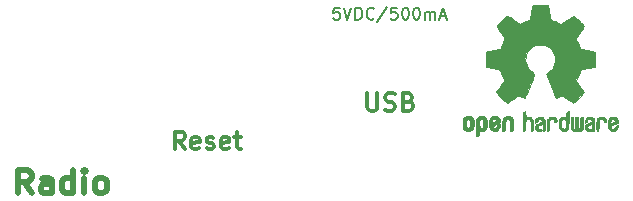
<source format=gbr>
G04 #@! TF.GenerationSoftware,KiCad,Pcbnew,5.1.5-1.fc31*
G04 #@! TF.CreationDate,2020-05-07T20:20:34-05:00*
G04 #@! TF.ProjectId,BackPanel,4261636b-5061-46e6-956c-2e6b69636164,B*
G04 #@! TF.SameCoordinates,Original*
G04 #@! TF.FileFunction,Legend,Top*
G04 #@! TF.FilePolarity,Positive*
%FSLAX46Y46*%
G04 Gerber Fmt 4.6, Leading zero omitted, Abs format (unit mm)*
G04 Created by KiCad (PCBNEW 5.1.5-1.fc31) date 2020-05-07 20:20:34*
%MOMM*%
%LPD*%
G04 APERTURE LIST*
%ADD10C,0.150000*%
%ADD11C,0.300000*%
%ADD12C,0.010000*%
%ADD13C,0.500000*%
G04 APERTURE END LIST*
D10*
X144011904Y-82202380D02*
X143535714Y-82202380D01*
X143488095Y-82678571D01*
X143535714Y-82630952D01*
X143630952Y-82583333D01*
X143869047Y-82583333D01*
X143964285Y-82630952D01*
X144011904Y-82678571D01*
X144059523Y-82773809D01*
X144059523Y-83011904D01*
X144011904Y-83107142D01*
X143964285Y-83154761D01*
X143869047Y-83202380D01*
X143630952Y-83202380D01*
X143535714Y-83154761D01*
X143488095Y-83107142D01*
X144345238Y-82202380D02*
X144678571Y-83202380D01*
X145011904Y-82202380D01*
X145345238Y-83202380D02*
X145345238Y-82202380D01*
X145583333Y-82202380D01*
X145726190Y-82250000D01*
X145821428Y-82345238D01*
X145869047Y-82440476D01*
X145916666Y-82630952D01*
X145916666Y-82773809D01*
X145869047Y-82964285D01*
X145821428Y-83059523D01*
X145726190Y-83154761D01*
X145583333Y-83202380D01*
X145345238Y-83202380D01*
X146916666Y-83107142D02*
X146869047Y-83154761D01*
X146726190Y-83202380D01*
X146630952Y-83202380D01*
X146488095Y-83154761D01*
X146392857Y-83059523D01*
X146345238Y-82964285D01*
X146297619Y-82773809D01*
X146297619Y-82630952D01*
X146345238Y-82440476D01*
X146392857Y-82345238D01*
X146488095Y-82250000D01*
X146630952Y-82202380D01*
X146726190Y-82202380D01*
X146869047Y-82250000D01*
X146916666Y-82297619D01*
X148059523Y-82154761D02*
X147202380Y-83440476D01*
X148869047Y-82202380D02*
X148392857Y-82202380D01*
X148345238Y-82678571D01*
X148392857Y-82630952D01*
X148488095Y-82583333D01*
X148726190Y-82583333D01*
X148821428Y-82630952D01*
X148869047Y-82678571D01*
X148916666Y-82773809D01*
X148916666Y-83011904D01*
X148869047Y-83107142D01*
X148821428Y-83154761D01*
X148726190Y-83202380D01*
X148488095Y-83202380D01*
X148392857Y-83154761D01*
X148345238Y-83107142D01*
X149535714Y-82202380D02*
X149630952Y-82202380D01*
X149726190Y-82250000D01*
X149773809Y-82297619D01*
X149821428Y-82392857D01*
X149869047Y-82583333D01*
X149869047Y-82821428D01*
X149821428Y-83011904D01*
X149773809Y-83107142D01*
X149726190Y-83154761D01*
X149630952Y-83202380D01*
X149535714Y-83202380D01*
X149440476Y-83154761D01*
X149392857Y-83107142D01*
X149345238Y-83011904D01*
X149297619Y-82821428D01*
X149297619Y-82583333D01*
X149345238Y-82392857D01*
X149392857Y-82297619D01*
X149440476Y-82250000D01*
X149535714Y-82202380D01*
X150488095Y-82202380D02*
X150583333Y-82202380D01*
X150678571Y-82250000D01*
X150726190Y-82297619D01*
X150773809Y-82392857D01*
X150821428Y-82583333D01*
X150821428Y-82821428D01*
X150773809Y-83011904D01*
X150726190Y-83107142D01*
X150678571Y-83154761D01*
X150583333Y-83202380D01*
X150488095Y-83202380D01*
X150392857Y-83154761D01*
X150345238Y-83107142D01*
X150297619Y-83011904D01*
X150250000Y-82821428D01*
X150250000Y-82583333D01*
X150297619Y-82392857D01*
X150345238Y-82297619D01*
X150392857Y-82250000D01*
X150488095Y-82202380D01*
X151250000Y-83202380D02*
X151250000Y-82535714D01*
X151250000Y-82630952D02*
X151297619Y-82583333D01*
X151392857Y-82535714D01*
X151535714Y-82535714D01*
X151630952Y-82583333D01*
X151678571Y-82678571D01*
X151678571Y-83202380D01*
X151678571Y-82678571D02*
X151726190Y-82583333D01*
X151821428Y-82535714D01*
X151964285Y-82535714D01*
X152059523Y-82583333D01*
X152107142Y-82678571D01*
X152107142Y-83202380D01*
X152535714Y-82916666D02*
X153011904Y-82916666D01*
X152440476Y-83202380D02*
X152773809Y-82202380D01*
X153107142Y-83202380D01*
D11*
X146357142Y-89428571D02*
X146357142Y-90642857D01*
X146428571Y-90785714D01*
X146500000Y-90857142D01*
X146642857Y-90928571D01*
X146928571Y-90928571D01*
X147071428Y-90857142D01*
X147142857Y-90785714D01*
X147214285Y-90642857D01*
X147214285Y-89428571D01*
X147857142Y-90857142D02*
X148071428Y-90928571D01*
X148428571Y-90928571D01*
X148571428Y-90857142D01*
X148642857Y-90785714D01*
X148714285Y-90642857D01*
X148714285Y-90500000D01*
X148642857Y-90357142D01*
X148571428Y-90285714D01*
X148428571Y-90214285D01*
X148142857Y-90142857D01*
X148000000Y-90071428D01*
X147928571Y-90000000D01*
X147857142Y-89857142D01*
X147857142Y-89714285D01*
X147928571Y-89571428D01*
X148000000Y-89500000D01*
X148142857Y-89428571D01*
X148500000Y-89428571D01*
X148714285Y-89500000D01*
X149857142Y-90142857D02*
X150071428Y-90214285D01*
X150142857Y-90285714D01*
X150214285Y-90428571D01*
X150214285Y-90642857D01*
X150142857Y-90785714D01*
X150071428Y-90857142D01*
X149928571Y-90928571D01*
X149357142Y-90928571D01*
X149357142Y-89428571D01*
X149857142Y-89428571D01*
X150000000Y-89500000D01*
X150071428Y-89571428D01*
X150142857Y-89714285D01*
X150142857Y-89857142D01*
X150071428Y-90000000D01*
X150000000Y-90071428D01*
X149857142Y-90142857D01*
X149357142Y-90142857D01*
D12*
G36*
X161209014Y-81952998D02*
G01*
X161367006Y-81953863D01*
X161481347Y-81956205D01*
X161559407Y-81960762D01*
X161608554Y-81968270D01*
X161636159Y-81979466D01*
X161649592Y-81995088D01*
X161656221Y-82015873D01*
X161656865Y-82018563D01*
X161666935Y-82067113D01*
X161685575Y-82162905D01*
X161710845Y-82295743D01*
X161740807Y-82455431D01*
X161773522Y-82631774D01*
X161774664Y-82637967D01*
X161807433Y-82810782D01*
X161838093Y-82963469D01*
X161864664Y-83086871D01*
X161885167Y-83171831D01*
X161897626Y-83209190D01*
X161898220Y-83209852D01*
X161934919Y-83228095D01*
X162010586Y-83258497D01*
X162108878Y-83294493D01*
X162109425Y-83294685D01*
X162233233Y-83341222D01*
X162379196Y-83400504D01*
X162516781Y-83460109D01*
X162523293Y-83463056D01*
X162747390Y-83564765D01*
X163243619Y-83225897D01*
X163395846Y-83122592D01*
X163533741Y-83030237D01*
X163649315Y-82954084D01*
X163734579Y-82899385D01*
X163781544Y-82871393D01*
X163786004Y-82869317D01*
X163820134Y-82878560D01*
X163883881Y-82923156D01*
X163979731Y-83005209D01*
X164110169Y-83126821D01*
X164243328Y-83256205D01*
X164371694Y-83383702D01*
X164486581Y-83500046D01*
X164581073Y-83598052D01*
X164648253Y-83670536D01*
X164681206Y-83710313D01*
X164682432Y-83712361D01*
X164686074Y-83739656D01*
X164672350Y-83784234D01*
X164637869Y-83852112D01*
X164579239Y-83949311D01*
X164493070Y-84081851D01*
X164378200Y-84252476D01*
X164276254Y-84402655D01*
X164185123Y-84537350D01*
X164110073Y-84648740D01*
X164056369Y-84729005D01*
X164029280Y-84770325D01*
X164027574Y-84773130D01*
X164030882Y-84812721D01*
X164055953Y-84889669D01*
X164097798Y-84989432D01*
X164112712Y-85021291D01*
X164177786Y-85163226D01*
X164247212Y-85324273D01*
X164303609Y-85463621D01*
X164344247Y-85567044D01*
X164376526Y-85645642D01*
X164395178Y-85686720D01*
X164397497Y-85689885D01*
X164431803Y-85695128D01*
X164512669Y-85709494D01*
X164629343Y-85730937D01*
X164771075Y-85757413D01*
X164927110Y-85786877D01*
X165086698Y-85817283D01*
X165239085Y-85846588D01*
X165373521Y-85872745D01*
X165479252Y-85893710D01*
X165545526Y-85907439D01*
X165561782Y-85911320D01*
X165578573Y-85920900D01*
X165591249Y-85942536D01*
X165600378Y-85983531D01*
X165606531Y-86051189D01*
X165610280Y-86152812D01*
X165612192Y-86295703D01*
X165612840Y-86487165D01*
X165612874Y-86565645D01*
X165612874Y-87203906D01*
X165459598Y-87234160D01*
X165374322Y-87250564D01*
X165247070Y-87274509D01*
X165093315Y-87303107D01*
X164928534Y-87333467D01*
X164882989Y-87341806D01*
X164730932Y-87371370D01*
X164598468Y-87400442D01*
X164496714Y-87426329D01*
X164436788Y-87446337D01*
X164426805Y-87452301D01*
X164402293Y-87494534D01*
X164367148Y-87576370D01*
X164328173Y-87681683D01*
X164320442Y-87704368D01*
X164269360Y-87845018D01*
X164205954Y-88003714D01*
X164143904Y-88146225D01*
X164143598Y-88146886D01*
X164040267Y-88370440D01*
X164719961Y-89370232D01*
X164283621Y-89807300D01*
X164151649Y-89937381D01*
X164031279Y-90052048D01*
X163929273Y-90145181D01*
X163852391Y-90210658D01*
X163807393Y-90242357D01*
X163800938Y-90244368D01*
X163763040Y-90228529D01*
X163685708Y-90184496D01*
X163577389Y-90117490D01*
X163446532Y-90032734D01*
X163305052Y-89937816D01*
X163161461Y-89840998D01*
X163033435Y-89756751D01*
X162929105Y-89690258D01*
X162856600Y-89646702D01*
X162824158Y-89631264D01*
X162784576Y-89644328D01*
X162709519Y-89678750D01*
X162614468Y-89727380D01*
X162604392Y-89732785D01*
X162476391Y-89796980D01*
X162388618Y-89828463D01*
X162334028Y-89828798D01*
X162305575Y-89799548D01*
X162305410Y-89799138D01*
X162291188Y-89764498D01*
X162257269Y-89682269D01*
X162206284Y-89558814D01*
X162140862Y-89400498D01*
X162063634Y-89213686D01*
X161977229Y-89004742D01*
X161893551Y-88802446D01*
X161801588Y-88579200D01*
X161717150Y-88372392D01*
X161642769Y-88188362D01*
X161580974Y-88033451D01*
X161534297Y-87913996D01*
X161505268Y-87836339D01*
X161496322Y-87807356D01*
X161518756Y-87774110D01*
X161577439Y-87721123D01*
X161655689Y-87662704D01*
X161878534Y-87477952D01*
X162052718Y-87266182D01*
X162176154Y-87031856D01*
X162246754Y-86779434D01*
X162262431Y-86513377D01*
X162251036Y-86390575D01*
X162188950Y-86135793D01*
X162082023Y-85910801D01*
X161936889Y-85717817D01*
X161760178Y-85559061D01*
X161558522Y-85436750D01*
X161338554Y-85353105D01*
X161106906Y-85310344D01*
X160870209Y-85310687D01*
X160635095Y-85356352D01*
X160408196Y-85449559D01*
X160196144Y-85592527D01*
X160107636Y-85673383D01*
X159937889Y-85881007D01*
X159819699Y-86107895D01*
X159752278Y-86347433D01*
X159734840Y-86593007D01*
X159766598Y-86838003D01*
X159846765Y-87075808D01*
X159974555Y-87299807D01*
X160149180Y-87503387D01*
X160344312Y-87662704D01*
X160425591Y-87723602D01*
X160483009Y-87776015D01*
X160503678Y-87807406D01*
X160492856Y-87841639D01*
X160462077Y-87923419D01*
X160413874Y-88046407D01*
X160350778Y-88204263D01*
X160275322Y-88390649D01*
X160190038Y-88599226D01*
X160106219Y-88802496D01*
X160013745Y-89025933D01*
X159928089Y-89232984D01*
X159851882Y-89417286D01*
X159787753Y-89572475D01*
X159738332Y-89692188D01*
X159706248Y-89770061D01*
X159694359Y-89799138D01*
X159666274Y-89828677D01*
X159611949Y-89828591D01*
X159524395Y-89797326D01*
X159396619Y-89733329D01*
X159395608Y-89732785D01*
X159299402Y-89683121D01*
X159221631Y-89646945D01*
X159177777Y-89631408D01*
X159175842Y-89631264D01*
X159142829Y-89647024D01*
X159069946Y-89690850D01*
X158965322Y-89757557D01*
X158837090Y-89841964D01*
X158694948Y-89937816D01*
X158550233Y-90034867D01*
X158419804Y-90119270D01*
X158312110Y-90185801D01*
X158235598Y-90229238D01*
X158199062Y-90244368D01*
X158165418Y-90224482D01*
X158097776Y-90168903D01*
X158002893Y-90083754D01*
X157887530Y-89975153D01*
X157758445Y-89849221D01*
X157716229Y-89807149D01*
X157279739Y-89369931D01*
X157611977Y-88882340D01*
X157712946Y-88732605D01*
X157801562Y-88598220D01*
X157872854Y-88486969D01*
X157921850Y-88406639D01*
X157943578Y-88365014D01*
X157944215Y-88362053D01*
X157932760Y-88322818D01*
X157901949Y-88243895D01*
X157857116Y-88138509D01*
X157825647Y-88067954D01*
X157766808Y-87932876D01*
X157711396Y-87796409D01*
X157668436Y-87681103D01*
X157656766Y-87645977D01*
X157623611Y-87552174D01*
X157591201Y-87479694D01*
X157573399Y-87452301D01*
X157534114Y-87435536D01*
X157448374Y-87411770D01*
X157327303Y-87383697D01*
X157182027Y-87354009D01*
X157117012Y-87341806D01*
X156951913Y-87311468D01*
X156793552Y-87282093D01*
X156657404Y-87256569D01*
X156558943Y-87237785D01*
X156540402Y-87234160D01*
X156387127Y-87203906D01*
X156387127Y-86565645D01*
X156387471Y-86355770D01*
X156388884Y-86196980D01*
X156391936Y-86081973D01*
X156397197Y-86003446D01*
X156405237Y-85954096D01*
X156416627Y-85926619D01*
X156431937Y-85913713D01*
X156438218Y-85911320D01*
X156476104Y-85902833D01*
X156559805Y-85885900D01*
X156678567Y-85862566D01*
X156821639Y-85834875D01*
X156978268Y-85804873D01*
X157137703Y-85774604D01*
X157289191Y-85746115D01*
X157421981Y-85721449D01*
X157525319Y-85702651D01*
X157588455Y-85691767D01*
X157602503Y-85689885D01*
X157615230Y-85664704D01*
X157643400Y-85597622D01*
X157681748Y-85501333D01*
X157696391Y-85463621D01*
X157755452Y-85317921D01*
X157825000Y-85156951D01*
X157887288Y-85021291D01*
X157933121Y-84917561D01*
X157963613Y-84832326D01*
X157973792Y-84780126D01*
X157972169Y-84773130D01*
X157950657Y-84740102D01*
X157901535Y-84666643D01*
X157830077Y-84560577D01*
X157741555Y-84429726D01*
X157641241Y-84281912D01*
X157621406Y-84252734D01*
X157505012Y-84079863D01*
X157419452Y-83948226D01*
X157361316Y-83851761D01*
X157327192Y-83784408D01*
X157313669Y-83740106D01*
X157317336Y-83712794D01*
X157317430Y-83712620D01*
X157346293Y-83676746D01*
X157410133Y-83607391D01*
X157502031Y-83511745D01*
X157615067Y-83396999D01*
X157742321Y-83270341D01*
X157756672Y-83256205D01*
X157917043Y-83100903D01*
X158040805Y-82986870D01*
X158130445Y-82912002D01*
X158188448Y-82874196D01*
X158213996Y-82869317D01*
X158251282Y-82890603D01*
X158328657Y-82939773D01*
X158438133Y-83011575D01*
X158571720Y-83100755D01*
X158721430Y-83202063D01*
X158756382Y-83225897D01*
X159252610Y-83564765D01*
X159476707Y-83463056D01*
X159612989Y-83403783D01*
X159759276Y-83344170D01*
X159885035Y-83296640D01*
X159890575Y-83294685D01*
X159988943Y-83258677D01*
X160064771Y-83228229D01*
X160101718Y-83209905D01*
X160101780Y-83209852D01*
X160113504Y-83176729D01*
X160133432Y-83095267D01*
X160159587Y-82974625D01*
X160189990Y-82823959D01*
X160222663Y-82652428D01*
X160225336Y-82637967D01*
X160258110Y-82461235D01*
X160288198Y-82300810D01*
X160313661Y-82166888D01*
X160332559Y-82069663D01*
X160342953Y-82019332D01*
X160343135Y-82018563D01*
X160349461Y-81997153D01*
X160361761Y-81980988D01*
X160387406Y-81969331D01*
X160433765Y-81961445D01*
X160508208Y-81956593D01*
X160618105Y-81954039D01*
X160770825Y-81953045D01*
X160973738Y-81952874D01*
X161000000Y-81952874D01*
X161209014Y-81952998D01*
G37*
X161209014Y-81952998D02*
X161367006Y-81953863D01*
X161481347Y-81956205D01*
X161559407Y-81960762D01*
X161608554Y-81968270D01*
X161636159Y-81979466D01*
X161649592Y-81995088D01*
X161656221Y-82015873D01*
X161656865Y-82018563D01*
X161666935Y-82067113D01*
X161685575Y-82162905D01*
X161710845Y-82295743D01*
X161740807Y-82455431D01*
X161773522Y-82631774D01*
X161774664Y-82637967D01*
X161807433Y-82810782D01*
X161838093Y-82963469D01*
X161864664Y-83086871D01*
X161885167Y-83171831D01*
X161897626Y-83209190D01*
X161898220Y-83209852D01*
X161934919Y-83228095D01*
X162010586Y-83258497D01*
X162108878Y-83294493D01*
X162109425Y-83294685D01*
X162233233Y-83341222D01*
X162379196Y-83400504D01*
X162516781Y-83460109D01*
X162523293Y-83463056D01*
X162747390Y-83564765D01*
X163243619Y-83225897D01*
X163395846Y-83122592D01*
X163533741Y-83030237D01*
X163649315Y-82954084D01*
X163734579Y-82899385D01*
X163781544Y-82871393D01*
X163786004Y-82869317D01*
X163820134Y-82878560D01*
X163883881Y-82923156D01*
X163979731Y-83005209D01*
X164110169Y-83126821D01*
X164243328Y-83256205D01*
X164371694Y-83383702D01*
X164486581Y-83500046D01*
X164581073Y-83598052D01*
X164648253Y-83670536D01*
X164681206Y-83710313D01*
X164682432Y-83712361D01*
X164686074Y-83739656D01*
X164672350Y-83784234D01*
X164637869Y-83852112D01*
X164579239Y-83949311D01*
X164493070Y-84081851D01*
X164378200Y-84252476D01*
X164276254Y-84402655D01*
X164185123Y-84537350D01*
X164110073Y-84648740D01*
X164056369Y-84729005D01*
X164029280Y-84770325D01*
X164027574Y-84773130D01*
X164030882Y-84812721D01*
X164055953Y-84889669D01*
X164097798Y-84989432D01*
X164112712Y-85021291D01*
X164177786Y-85163226D01*
X164247212Y-85324273D01*
X164303609Y-85463621D01*
X164344247Y-85567044D01*
X164376526Y-85645642D01*
X164395178Y-85686720D01*
X164397497Y-85689885D01*
X164431803Y-85695128D01*
X164512669Y-85709494D01*
X164629343Y-85730937D01*
X164771075Y-85757413D01*
X164927110Y-85786877D01*
X165086698Y-85817283D01*
X165239085Y-85846588D01*
X165373521Y-85872745D01*
X165479252Y-85893710D01*
X165545526Y-85907439D01*
X165561782Y-85911320D01*
X165578573Y-85920900D01*
X165591249Y-85942536D01*
X165600378Y-85983531D01*
X165606531Y-86051189D01*
X165610280Y-86152812D01*
X165612192Y-86295703D01*
X165612840Y-86487165D01*
X165612874Y-86565645D01*
X165612874Y-87203906D01*
X165459598Y-87234160D01*
X165374322Y-87250564D01*
X165247070Y-87274509D01*
X165093315Y-87303107D01*
X164928534Y-87333467D01*
X164882989Y-87341806D01*
X164730932Y-87371370D01*
X164598468Y-87400442D01*
X164496714Y-87426329D01*
X164436788Y-87446337D01*
X164426805Y-87452301D01*
X164402293Y-87494534D01*
X164367148Y-87576370D01*
X164328173Y-87681683D01*
X164320442Y-87704368D01*
X164269360Y-87845018D01*
X164205954Y-88003714D01*
X164143904Y-88146225D01*
X164143598Y-88146886D01*
X164040267Y-88370440D01*
X164719961Y-89370232D01*
X164283621Y-89807300D01*
X164151649Y-89937381D01*
X164031279Y-90052048D01*
X163929273Y-90145181D01*
X163852391Y-90210658D01*
X163807393Y-90242357D01*
X163800938Y-90244368D01*
X163763040Y-90228529D01*
X163685708Y-90184496D01*
X163577389Y-90117490D01*
X163446532Y-90032734D01*
X163305052Y-89937816D01*
X163161461Y-89840998D01*
X163033435Y-89756751D01*
X162929105Y-89690258D01*
X162856600Y-89646702D01*
X162824158Y-89631264D01*
X162784576Y-89644328D01*
X162709519Y-89678750D01*
X162614468Y-89727380D01*
X162604392Y-89732785D01*
X162476391Y-89796980D01*
X162388618Y-89828463D01*
X162334028Y-89828798D01*
X162305575Y-89799548D01*
X162305410Y-89799138D01*
X162291188Y-89764498D01*
X162257269Y-89682269D01*
X162206284Y-89558814D01*
X162140862Y-89400498D01*
X162063634Y-89213686D01*
X161977229Y-89004742D01*
X161893551Y-88802446D01*
X161801588Y-88579200D01*
X161717150Y-88372392D01*
X161642769Y-88188362D01*
X161580974Y-88033451D01*
X161534297Y-87913996D01*
X161505268Y-87836339D01*
X161496322Y-87807356D01*
X161518756Y-87774110D01*
X161577439Y-87721123D01*
X161655689Y-87662704D01*
X161878534Y-87477952D01*
X162052718Y-87266182D01*
X162176154Y-87031856D01*
X162246754Y-86779434D01*
X162262431Y-86513377D01*
X162251036Y-86390575D01*
X162188950Y-86135793D01*
X162082023Y-85910801D01*
X161936889Y-85717817D01*
X161760178Y-85559061D01*
X161558522Y-85436750D01*
X161338554Y-85353105D01*
X161106906Y-85310344D01*
X160870209Y-85310687D01*
X160635095Y-85356352D01*
X160408196Y-85449559D01*
X160196144Y-85592527D01*
X160107636Y-85673383D01*
X159937889Y-85881007D01*
X159819699Y-86107895D01*
X159752278Y-86347433D01*
X159734840Y-86593007D01*
X159766598Y-86838003D01*
X159846765Y-87075808D01*
X159974555Y-87299807D01*
X160149180Y-87503387D01*
X160344312Y-87662704D01*
X160425591Y-87723602D01*
X160483009Y-87776015D01*
X160503678Y-87807406D01*
X160492856Y-87841639D01*
X160462077Y-87923419D01*
X160413874Y-88046407D01*
X160350778Y-88204263D01*
X160275322Y-88390649D01*
X160190038Y-88599226D01*
X160106219Y-88802496D01*
X160013745Y-89025933D01*
X159928089Y-89232984D01*
X159851882Y-89417286D01*
X159787753Y-89572475D01*
X159738332Y-89692188D01*
X159706248Y-89770061D01*
X159694359Y-89799138D01*
X159666274Y-89828677D01*
X159611949Y-89828591D01*
X159524395Y-89797326D01*
X159396619Y-89733329D01*
X159395608Y-89732785D01*
X159299402Y-89683121D01*
X159221631Y-89646945D01*
X159177777Y-89631408D01*
X159175842Y-89631264D01*
X159142829Y-89647024D01*
X159069946Y-89690850D01*
X158965322Y-89757557D01*
X158837090Y-89841964D01*
X158694948Y-89937816D01*
X158550233Y-90034867D01*
X158419804Y-90119270D01*
X158312110Y-90185801D01*
X158235598Y-90229238D01*
X158199062Y-90244368D01*
X158165418Y-90224482D01*
X158097776Y-90168903D01*
X158002893Y-90083754D01*
X157887530Y-89975153D01*
X157758445Y-89849221D01*
X157716229Y-89807149D01*
X157279739Y-89369931D01*
X157611977Y-88882340D01*
X157712946Y-88732605D01*
X157801562Y-88598220D01*
X157872854Y-88486969D01*
X157921850Y-88406639D01*
X157943578Y-88365014D01*
X157944215Y-88362053D01*
X157932760Y-88322818D01*
X157901949Y-88243895D01*
X157857116Y-88138509D01*
X157825647Y-88067954D01*
X157766808Y-87932876D01*
X157711396Y-87796409D01*
X157668436Y-87681103D01*
X157656766Y-87645977D01*
X157623611Y-87552174D01*
X157591201Y-87479694D01*
X157573399Y-87452301D01*
X157534114Y-87435536D01*
X157448374Y-87411770D01*
X157327303Y-87383697D01*
X157182027Y-87354009D01*
X157117012Y-87341806D01*
X156951913Y-87311468D01*
X156793552Y-87282093D01*
X156657404Y-87256569D01*
X156558943Y-87237785D01*
X156540402Y-87234160D01*
X156387127Y-87203906D01*
X156387127Y-86565645D01*
X156387471Y-86355770D01*
X156388884Y-86196980D01*
X156391936Y-86081973D01*
X156397197Y-86003446D01*
X156405237Y-85954096D01*
X156416627Y-85926619D01*
X156431937Y-85913713D01*
X156438218Y-85911320D01*
X156476104Y-85902833D01*
X156559805Y-85885900D01*
X156678567Y-85862566D01*
X156821639Y-85834875D01*
X156978268Y-85804873D01*
X157137703Y-85774604D01*
X157289191Y-85746115D01*
X157421981Y-85721449D01*
X157525319Y-85702651D01*
X157588455Y-85691767D01*
X157602503Y-85689885D01*
X157615230Y-85664704D01*
X157643400Y-85597622D01*
X157681748Y-85501333D01*
X157696391Y-85463621D01*
X157755452Y-85317921D01*
X157825000Y-85156951D01*
X157887288Y-85021291D01*
X157933121Y-84917561D01*
X157963613Y-84832326D01*
X157973792Y-84780126D01*
X157972169Y-84773130D01*
X157950657Y-84740102D01*
X157901535Y-84666643D01*
X157830077Y-84560577D01*
X157741555Y-84429726D01*
X157641241Y-84281912D01*
X157621406Y-84252734D01*
X157505012Y-84079863D01*
X157419452Y-83948226D01*
X157361316Y-83851761D01*
X157327192Y-83784408D01*
X157313669Y-83740106D01*
X157317336Y-83712794D01*
X157317430Y-83712620D01*
X157346293Y-83676746D01*
X157410133Y-83607391D01*
X157502031Y-83511745D01*
X157615067Y-83396999D01*
X157742321Y-83270341D01*
X157756672Y-83256205D01*
X157917043Y-83100903D01*
X158040805Y-82986870D01*
X158130445Y-82912002D01*
X158188448Y-82874196D01*
X158213996Y-82869317D01*
X158251282Y-82890603D01*
X158328657Y-82939773D01*
X158438133Y-83011575D01*
X158571720Y-83100755D01*
X158721430Y-83202063D01*
X158756382Y-83225897D01*
X159252610Y-83564765D01*
X159476707Y-83463056D01*
X159612989Y-83403783D01*
X159759276Y-83344170D01*
X159885035Y-83296640D01*
X159890575Y-83294685D01*
X159988943Y-83258677D01*
X160064771Y-83228229D01*
X160101718Y-83209905D01*
X160101780Y-83209852D01*
X160113504Y-83176729D01*
X160133432Y-83095267D01*
X160159587Y-82974625D01*
X160189990Y-82823959D01*
X160222663Y-82652428D01*
X160225336Y-82637967D01*
X160258110Y-82461235D01*
X160288198Y-82300810D01*
X160313661Y-82166888D01*
X160332559Y-82069663D01*
X160342953Y-82019332D01*
X160343135Y-82018563D01*
X160349461Y-81997153D01*
X160361761Y-81980988D01*
X160387406Y-81969331D01*
X160433765Y-81961445D01*
X160508208Y-81956593D01*
X160618105Y-81954039D01*
X160770825Y-81953045D01*
X160973738Y-81952874D01*
X161000000Y-81952874D01*
X161209014Y-81952998D01*
G36*
X167343439Y-91456540D02*
G01*
X167458950Y-91532034D01*
X167514664Y-91599617D01*
X167558804Y-91722255D01*
X167562309Y-91819298D01*
X167554368Y-91949056D01*
X167255115Y-92080039D01*
X167109611Y-92146958D01*
X167014537Y-92200790D01*
X166965101Y-92247416D01*
X166956511Y-92292720D01*
X166983972Y-92342582D01*
X167014253Y-92375632D01*
X167102363Y-92428633D01*
X167198196Y-92432347D01*
X167286212Y-92391041D01*
X167350869Y-92308983D01*
X167362433Y-92280008D01*
X167417825Y-92189509D01*
X167481553Y-92150940D01*
X167568966Y-92117946D01*
X167568966Y-92243034D01*
X167561238Y-92328156D01*
X167530966Y-92399938D01*
X167467518Y-92482356D01*
X167458088Y-92493066D01*
X167387513Y-92566391D01*
X167326847Y-92605742D01*
X167250950Y-92623845D01*
X167188030Y-92629774D01*
X167075487Y-92631251D01*
X166995370Y-92612535D01*
X166945390Y-92584747D01*
X166866838Y-92523641D01*
X166812463Y-92457554D01*
X166778052Y-92374441D01*
X166759388Y-92262254D01*
X166752256Y-92108946D01*
X166751687Y-92031136D01*
X166753622Y-91937853D01*
X166929899Y-91937853D01*
X166931944Y-91987896D01*
X166937039Y-91996092D01*
X166970666Y-91984958D01*
X167043030Y-91955493D01*
X167139747Y-91913601D01*
X167159973Y-91904597D01*
X167282203Y-91842442D01*
X167349547Y-91787815D01*
X167364348Y-91736649D01*
X167328947Y-91684876D01*
X167299711Y-91662000D01*
X167194216Y-91616250D01*
X167095476Y-91623808D01*
X167012812Y-91679651D01*
X166955548Y-91778753D01*
X166937188Y-91857414D01*
X166929899Y-91937853D01*
X166753622Y-91937853D01*
X166755459Y-91849351D01*
X166769359Y-91714853D01*
X166796894Y-91616916D01*
X166841572Y-91544811D01*
X166906901Y-91487813D01*
X166935383Y-91469393D01*
X167064763Y-91421422D01*
X167206412Y-91418403D01*
X167343439Y-91456540D01*
G37*
X167343439Y-91456540D02*
X167458950Y-91532034D01*
X167514664Y-91599617D01*
X167558804Y-91722255D01*
X167562309Y-91819298D01*
X167554368Y-91949056D01*
X167255115Y-92080039D01*
X167109611Y-92146958D01*
X167014537Y-92200790D01*
X166965101Y-92247416D01*
X166956511Y-92292720D01*
X166983972Y-92342582D01*
X167014253Y-92375632D01*
X167102363Y-92428633D01*
X167198196Y-92432347D01*
X167286212Y-92391041D01*
X167350869Y-92308983D01*
X167362433Y-92280008D01*
X167417825Y-92189509D01*
X167481553Y-92150940D01*
X167568966Y-92117946D01*
X167568966Y-92243034D01*
X167561238Y-92328156D01*
X167530966Y-92399938D01*
X167467518Y-92482356D01*
X167458088Y-92493066D01*
X167387513Y-92566391D01*
X167326847Y-92605742D01*
X167250950Y-92623845D01*
X167188030Y-92629774D01*
X167075487Y-92631251D01*
X166995370Y-92612535D01*
X166945390Y-92584747D01*
X166866838Y-92523641D01*
X166812463Y-92457554D01*
X166778052Y-92374441D01*
X166759388Y-92262254D01*
X166752256Y-92108946D01*
X166751687Y-92031136D01*
X166753622Y-91937853D01*
X166929899Y-91937853D01*
X166931944Y-91987896D01*
X166937039Y-91996092D01*
X166970666Y-91984958D01*
X167043030Y-91955493D01*
X167139747Y-91913601D01*
X167159973Y-91904597D01*
X167282203Y-91842442D01*
X167349547Y-91787815D01*
X167364348Y-91736649D01*
X167328947Y-91684876D01*
X167299711Y-91662000D01*
X167194216Y-91616250D01*
X167095476Y-91623808D01*
X167012812Y-91679651D01*
X166955548Y-91778753D01*
X166937188Y-91857414D01*
X166929899Y-91937853D01*
X166753622Y-91937853D01*
X166755459Y-91849351D01*
X166769359Y-91714853D01*
X166796894Y-91616916D01*
X166841572Y-91544811D01*
X166906901Y-91487813D01*
X166935383Y-91469393D01*
X167064763Y-91421422D01*
X167206412Y-91418403D01*
X167343439Y-91456540D01*
G36*
X166335690Y-91440018D02*
G01*
X166370585Y-91455269D01*
X166453877Y-91521235D01*
X166525103Y-91616618D01*
X166569153Y-91718406D01*
X166576322Y-91768587D01*
X166552285Y-91838647D01*
X166499561Y-91875717D01*
X166443031Y-91898164D01*
X166417146Y-91902300D01*
X166404542Y-91872283D01*
X166379654Y-91806961D01*
X166368735Y-91777445D01*
X166307508Y-91675348D01*
X166218861Y-91624423D01*
X166105193Y-91625989D01*
X166096774Y-91627994D01*
X166036088Y-91656767D01*
X165991474Y-91712859D01*
X165961002Y-91803163D01*
X165942744Y-91934571D01*
X165934771Y-92113974D01*
X165934023Y-92209433D01*
X165933652Y-92359913D01*
X165931223Y-92462495D01*
X165924760Y-92527672D01*
X165912288Y-92565938D01*
X165891833Y-92587785D01*
X165861419Y-92603707D01*
X165859661Y-92604509D01*
X165801091Y-92629272D01*
X165772075Y-92638391D01*
X165767616Y-92610822D01*
X165763799Y-92534620D01*
X165760899Y-92419541D01*
X165759191Y-92275341D01*
X165758851Y-92169814D01*
X165760588Y-91965613D01*
X165767382Y-91810697D01*
X165781607Y-91696024D01*
X165805638Y-91612551D01*
X165841848Y-91551236D01*
X165892612Y-91503034D01*
X165942739Y-91469393D01*
X166063275Y-91424619D01*
X166203557Y-91414521D01*
X166335690Y-91440018D01*
G37*
X166335690Y-91440018D02*
X166370585Y-91455269D01*
X166453877Y-91521235D01*
X166525103Y-91616618D01*
X166569153Y-91718406D01*
X166576322Y-91768587D01*
X166552285Y-91838647D01*
X166499561Y-91875717D01*
X166443031Y-91898164D01*
X166417146Y-91902300D01*
X166404542Y-91872283D01*
X166379654Y-91806961D01*
X166368735Y-91777445D01*
X166307508Y-91675348D01*
X166218861Y-91624423D01*
X166105193Y-91625989D01*
X166096774Y-91627994D01*
X166036088Y-91656767D01*
X165991474Y-91712859D01*
X165961002Y-91803163D01*
X165942744Y-91934571D01*
X165934771Y-92113974D01*
X165934023Y-92209433D01*
X165933652Y-92359913D01*
X165931223Y-92462495D01*
X165924760Y-92527672D01*
X165912288Y-92565938D01*
X165891833Y-92587785D01*
X165861419Y-92603707D01*
X165859661Y-92604509D01*
X165801091Y-92629272D01*
X165772075Y-92638391D01*
X165767616Y-92610822D01*
X165763799Y-92534620D01*
X165760899Y-92419541D01*
X165759191Y-92275341D01*
X165758851Y-92169814D01*
X165760588Y-91965613D01*
X165767382Y-91810697D01*
X165781607Y-91696024D01*
X165805638Y-91612551D01*
X165841848Y-91551236D01*
X165892612Y-91503034D01*
X165942739Y-91469393D01*
X166063275Y-91424619D01*
X166203557Y-91414521D01*
X166335690Y-91440018D01*
G36*
X165314406Y-91435156D02*
G01*
X165398469Y-91473393D01*
X165464450Y-91519726D01*
X165512794Y-91571532D01*
X165546172Y-91638363D01*
X165567253Y-91729769D01*
X165578707Y-91855301D01*
X165583203Y-92024508D01*
X165583678Y-92135933D01*
X165583678Y-92570627D01*
X165509316Y-92604509D01*
X165450746Y-92629272D01*
X165421730Y-92638391D01*
X165416179Y-92611257D01*
X165411775Y-92538094D01*
X165409078Y-92431263D01*
X165408506Y-92346437D01*
X165406046Y-92223887D01*
X165399412Y-92126668D01*
X165389726Y-92067134D01*
X165382032Y-92054483D01*
X165330311Y-92067402D01*
X165249117Y-92100539D01*
X165155102Y-92145461D01*
X165064917Y-92193735D01*
X164995215Y-92236928D01*
X164962648Y-92266608D01*
X164962519Y-92266929D01*
X164965320Y-92321857D01*
X164990439Y-92374292D01*
X165034541Y-92416881D01*
X165098909Y-92431126D01*
X165153921Y-92429466D01*
X165231835Y-92428245D01*
X165272732Y-92446498D01*
X165297295Y-92494726D01*
X165300392Y-92503820D01*
X165311040Y-92572598D01*
X165282565Y-92614360D01*
X165208344Y-92634263D01*
X165128168Y-92637944D01*
X164983890Y-92610658D01*
X164909203Y-92571690D01*
X164816963Y-92480148D01*
X164768043Y-92367782D01*
X164763654Y-92249051D01*
X164805001Y-92138411D01*
X164867197Y-92069080D01*
X164929294Y-92030265D01*
X165026895Y-91981125D01*
X165140632Y-91931292D01*
X165159590Y-91923677D01*
X165284521Y-91868545D01*
X165356539Y-91819954D01*
X165379700Y-91771647D01*
X165358064Y-91717370D01*
X165320920Y-91674943D01*
X165233127Y-91622702D01*
X165136530Y-91618784D01*
X165047944Y-91659041D01*
X164984186Y-91739326D01*
X164975817Y-91760040D01*
X164927096Y-91836225D01*
X164855965Y-91892785D01*
X164766207Y-91939201D01*
X164766207Y-91807584D01*
X164771490Y-91727168D01*
X164794142Y-91663786D01*
X164844367Y-91596163D01*
X164892582Y-91544076D01*
X164967554Y-91470322D01*
X165025806Y-91430702D01*
X165088372Y-91414810D01*
X165159193Y-91412184D01*
X165314406Y-91435156D01*
G37*
X165314406Y-91435156D02*
X165398469Y-91473393D01*
X165464450Y-91519726D01*
X165512794Y-91571532D01*
X165546172Y-91638363D01*
X165567253Y-91729769D01*
X165578707Y-91855301D01*
X165583203Y-92024508D01*
X165583678Y-92135933D01*
X165583678Y-92570627D01*
X165509316Y-92604509D01*
X165450746Y-92629272D01*
X165421730Y-92638391D01*
X165416179Y-92611257D01*
X165411775Y-92538094D01*
X165409078Y-92431263D01*
X165408506Y-92346437D01*
X165406046Y-92223887D01*
X165399412Y-92126668D01*
X165389726Y-92067134D01*
X165382032Y-92054483D01*
X165330311Y-92067402D01*
X165249117Y-92100539D01*
X165155102Y-92145461D01*
X165064917Y-92193735D01*
X164995215Y-92236928D01*
X164962648Y-92266608D01*
X164962519Y-92266929D01*
X164965320Y-92321857D01*
X164990439Y-92374292D01*
X165034541Y-92416881D01*
X165098909Y-92431126D01*
X165153921Y-92429466D01*
X165231835Y-92428245D01*
X165272732Y-92446498D01*
X165297295Y-92494726D01*
X165300392Y-92503820D01*
X165311040Y-92572598D01*
X165282565Y-92614360D01*
X165208344Y-92634263D01*
X165128168Y-92637944D01*
X164983890Y-92610658D01*
X164909203Y-92571690D01*
X164816963Y-92480148D01*
X164768043Y-92367782D01*
X164763654Y-92249051D01*
X164805001Y-92138411D01*
X164867197Y-92069080D01*
X164929294Y-92030265D01*
X165026895Y-91981125D01*
X165140632Y-91931292D01*
X165159590Y-91923677D01*
X165284521Y-91868545D01*
X165356539Y-91819954D01*
X165379700Y-91771647D01*
X165358064Y-91717370D01*
X165320920Y-91674943D01*
X165233127Y-91622702D01*
X165136530Y-91618784D01*
X165047944Y-91659041D01*
X164984186Y-91739326D01*
X164975817Y-91760040D01*
X164927096Y-91836225D01*
X164855965Y-91892785D01*
X164766207Y-91939201D01*
X164766207Y-91807584D01*
X164771490Y-91727168D01*
X164794142Y-91663786D01*
X164844367Y-91596163D01*
X164892582Y-91544076D01*
X164967554Y-91470322D01*
X165025806Y-91430702D01*
X165088372Y-91414810D01*
X165159193Y-91412184D01*
X165314406Y-91435156D01*
G36*
X164580124Y-91439840D02*
G01*
X164584579Y-91516653D01*
X164588071Y-91633391D01*
X164590315Y-91780821D01*
X164591035Y-91935455D01*
X164591035Y-92458727D01*
X164498645Y-92551117D01*
X164434978Y-92608047D01*
X164379089Y-92631107D01*
X164302702Y-92629647D01*
X164272380Y-92625934D01*
X164177610Y-92615126D01*
X164099222Y-92608933D01*
X164080115Y-92608361D01*
X164015699Y-92612102D01*
X163923571Y-92621494D01*
X163887850Y-92625934D01*
X163800114Y-92632801D01*
X163741153Y-92617885D01*
X163682690Y-92571835D01*
X163661585Y-92551117D01*
X163569195Y-92458727D01*
X163569195Y-91479947D01*
X163643558Y-91446066D01*
X163707590Y-91420970D01*
X163745052Y-91412184D01*
X163754657Y-91439950D01*
X163763635Y-91517530D01*
X163771386Y-91636348D01*
X163777314Y-91787828D01*
X163780173Y-91915805D01*
X163788161Y-92419425D01*
X163857848Y-92429278D01*
X163921229Y-92422389D01*
X163952286Y-92400083D01*
X163960967Y-92358379D01*
X163968378Y-92269544D01*
X163973931Y-92144834D01*
X163977036Y-91995507D01*
X163977484Y-91918661D01*
X163977931Y-91476287D01*
X164069874Y-91444235D01*
X164134949Y-91422443D01*
X164170347Y-91412281D01*
X164171368Y-91412184D01*
X164174920Y-91439809D01*
X164178823Y-91516411D01*
X164182751Y-91632579D01*
X164186376Y-91778904D01*
X164188908Y-91915805D01*
X164196897Y-92419425D01*
X164372069Y-92419425D01*
X164380107Y-91959965D01*
X164388146Y-91500505D01*
X164473543Y-91456344D01*
X164536593Y-91426019D01*
X164573910Y-91412258D01*
X164574987Y-91412184D01*
X164580124Y-91439840D01*
G37*
X164580124Y-91439840D02*
X164584579Y-91516653D01*
X164588071Y-91633391D01*
X164590315Y-91780821D01*
X164591035Y-91935455D01*
X164591035Y-92458727D01*
X164498645Y-92551117D01*
X164434978Y-92608047D01*
X164379089Y-92631107D01*
X164302702Y-92629647D01*
X164272380Y-92625934D01*
X164177610Y-92615126D01*
X164099222Y-92608933D01*
X164080115Y-92608361D01*
X164015699Y-92612102D01*
X163923571Y-92621494D01*
X163887850Y-92625934D01*
X163800114Y-92632801D01*
X163741153Y-92617885D01*
X163682690Y-92571835D01*
X163661585Y-92551117D01*
X163569195Y-92458727D01*
X163569195Y-91479947D01*
X163643558Y-91446066D01*
X163707590Y-91420970D01*
X163745052Y-91412184D01*
X163754657Y-91439950D01*
X163763635Y-91517530D01*
X163771386Y-91636348D01*
X163777314Y-91787828D01*
X163780173Y-91915805D01*
X163788161Y-92419425D01*
X163857848Y-92429278D01*
X163921229Y-92422389D01*
X163952286Y-92400083D01*
X163960967Y-92358379D01*
X163968378Y-92269544D01*
X163973931Y-92144834D01*
X163977036Y-91995507D01*
X163977484Y-91918661D01*
X163977931Y-91476287D01*
X164069874Y-91444235D01*
X164134949Y-91422443D01*
X164170347Y-91412281D01*
X164171368Y-91412184D01*
X164174920Y-91439809D01*
X164178823Y-91516411D01*
X164182751Y-91632579D01*
X164186376Y-91778904D01*
X164188908Y-91915805D01*
X164196897Y-92419425D01*
X164372069Y-92419425D01*
X164380107Y-91959965D01*
X164388146Y-91500505D01*
X164473543Y-91456344D01*
X164536593Y-91426019D01*
X164573910Y-91412258D01*
X164574987Y-91412184D01*
X164580124Y-91439840D01*
G36*
X163393914Y-91654455D02*
G01*
X163393543Y-91872661D01*
X163392108Y-92040519D01*
X163389002Y-92166070D01*
X163383622Y-92257355D01*
X163375362Y-92322415D01*
X163363616Y-92369291D01*
X163347781Y-92406024D01*
X163335790Y-92426991D01*
X163236490Y-92540694D01*
X163110588Y-92611965D01*
X162971291Y-92637538D01*
X162831805Y-92614150D01*
X162748743Y-92572119D01*
X162661545Y-92499411D01*
X162602117Y-92410612D01*
X162566261Y-92294320D01*
X162549781Y-92139135D01*
X162547447Y-92025287D01*
X162547761Y-92017106D01*
X162751724Y-92017106D01*
X162752970Y-92147657D01*
X162758678Y-92234080D01*
X162771804Y-92290618D01*
X162795306Y-92331514D01*
X162823386Y-92362362D01*
X162917688Y-92421905D01*
X163018940Y-92426992D01*
X163114636Y-92377279D01*
X163122084Y-92370543D01*
X163153874Y-92335502D01*
X163173808Y-92293811D01*
X163184600Y-92231762D01*
X163188965Y-92135644D01*
X163189655Y-92029379D01*
X163188159Y-91895880D01*
X163181964Y-91806822D01*
X163168514Y-91748293D01*
X163145251Y-91706382D01*
X163126175Y-91684123D01*
X163037563Y-91627985D01*
X162935508Y-91621235D01*
X162838095Y-91664114D01*
X162819296Y-91680032D01*
X162787293Y-91715382D01*
X162767318Y-91757502D01*
X162756593Y-91820251D01*
X162752339Y-91917487D01*
X162751724Y-92017106D01*
X162547761Y-92017106D01*
X162554504Y-91841947D01*
X162578472Y-91704195D01*
X162623548Y-91600632D01*
X162693928Y-91519856D01*
X162748743Y-91478455D01*
X162848376Y-91433728D01*
X162963855Y-91412967D01*
X163071199Y-91418525D01*
X163131264Y-91440943D01*
X163154835Y-91447323D01*
X163170477Y-91423535D01*
X163181395Y-91359788D01*
X163189655Y-91262687D01*
X163198699Y-91154541D01*
X163211261Y-91089475D01*
X163234119Y-91052268D01*
X163274051Y-91027699D01*
X163299138Y-91016819D01*
X163394023Y-90977072D01*
X163393914Y-91654455D01*
G37*
X163393914Y-91654455D02*
X163393543Y-91872661D01*
X163392108Y-92040519D01*
X163389002Y-92166070D01*
X163383622Y-92257355D01*
X163375362Y-92322415D01*
X163363616Y-92369291D01*
X163347781Y-92406024D01*
X163335790Y-92426991D01*
X163236490Y-92540694D01*
X163110588Y-92611965D01*
X162971291Y-92637538D01*
X162831805Y-92614150D01*
X162748743Y-92572119D01*
X162661545Y-92499411D01*
X162602117Y-92410612D01*
X162566261Y-92294320D01*
X162549781Y-92139135D01*
X162547447Y-92025287D01*
X162547761Y-92017106D01*
X162751724Y-92017106D01*
X162752970Y-92147657D01*
X162758678Y-92234080D01*
X162771804Y-92290618D01*
X162795306Y-92331514D01*
X162823386Y-92362362D01*
X162917688Y-92421905D01*
X163018940Y-92426992D01*
X163114636Y-92377279D01*
X163122084Y-92370543D01*
X163153874Y-92335502D01*
X163173808Y-92293811D01*
X163184600Y-92231762D01*
X163188965Y-92135644D01*
X163189655Y-92029379D01*
X163188159Y-91895880D01*
X163181964Y-91806822D01*
X163168514Y-91748293D01*
X163145251Y-91706382D01*
X163126175Y-91684123D01*
X163037563Y-91627985D01*
X162935508Y-91621235D01*
X162838095Y-91664114D01*
X162819296Y-91680032D01*
X162787293Y-91715382D01*
X162767318Y-91757502D01*
X162756593Y-91820251D01*
X162752339Y-91917487D01*
X162751724Y-92017106D01*
X162547761Y-92017106D01*
X162554504Y-91841947D01*
X162578472Y-91704195D01*
X162623548Y-91600632D01*
X162693928Y-91519856D01*
X162748743Y-91478455D01*
X162848376Y-91433728D01*
X162963855Y-91412967D01*
X163071199Y-91418525D01*
X163131264Y-91440943D01*
X163154835Y-91447323D01*
X163170477Y-91423535D01*
X163181395Y-91359788D01*
X163189655Y-91262687D01*
X163198699Y-91154541D01*
X163211261Y-91089475D01*
X163234119Y-91052268D01*
X163274051Y-91027699D01*
X163299138Y-91016819D01*
X163394023Y-90977072D01*
X163393914Y-91654455D01*
G36*
X162065943Y-91421920D02*
G01*
X162198565Y-91470859D01*
X162306010Y-91557419D01*
X162348032Y-91618352D01*
X162393843Y-91730161D01*
X162392891Y-91811006D01*
X162344808Y-91865378D01*
X162327017Y-91874624D01*
X162250204Y-91903450D01*
X162210976Y-91896065D01*
X162197689Y-91847658D01*
X162197012Y-91820920D01*
X162172686Y-91722548D01*
X162109281Y-91653734D01*
X162021154Y-91620498D01*
X161922663Y-91628861D01*
X161842602Y-91672296D01*
X161815561Y-91697072D01*
X161796394Y-91727129D01*
X161783446Y-91772565D01*
X161775064Y-91843476D01*
X161769593Y-91949960D01*
X161765378Y-92102112D01*
X161764287Y-92150287D01*
X161760307Y-92315095D01*
X161755781Y-92431088D01*
X161748995Y-92507833D01*
X161738231Y-92554893D01*
X161721773Y-92581835D01*
X161697906Y-92598223D01*
X161682626Y-92605463D01*
X161617733Y-92630220D01*
X161579534Y-92638391D01*
X161566912Y-92611103D01*
X161559208Y-92528603D01*
X161556380Y-92389941D01*
X161558386Y-92194162D01*
X161559011Y-92163965D01*
X161563421Y-91985349D01*
X161568635Y-91854923D01*
X161576055Y-91762492D01*
X161587082Y-91697858D01*
X161603117Y-91650825D01*
X161625561Y-91611196D01*
X161637302Y-91594215D01*
X161704619Y-91519080D01*
X161779910Y-91460638D01*
X161789128Y-91455536D01*
X161924133Y-91415260D01*
X162065943Y-91421920D01*
G37*
X162065943Y-91421920D02*
X162198565Y-91470859D01*
X162306010Y-91557419D01*
X162348032Y-91618352D01*
X162393843Y-91730161D01*
X162392891Y-91811006D01*
X162344808Y-91865378D01*
X162327017Y-91874624D01*
X162250204Y-91903450D01*
X162210976Y-91896065D01*
X162197689Y-91847658D01*
X162197012Y-91820920D01*
X162172686Y-91722548D01*
X162109281Y-91653734D01*
X162021154Y-91620498D01*
X161922663Y-91628861D01*
X161842602Y-91672296D01*
X161815561Y-91697072D01*
X161796394Y-91727129D01*
X161783446Y-91772565D01*
X161775064Y-91843476D01*
X161769593Y-91949960D01*
X161765378Y-92102112D01*
X161764287Y-92150287D01*
X161760307Y-92315095D01*
X161755781Y-92431088D01*
X161748995Y-92507833D01*
X161738231Y-92554893D01*
X161721773Y-92581835D01*
X161697906Y-92598223D01*
X161682626Y-92605463D01*
X161617733Y-92630220D01*
X161579534Y-92638391D01*
X161566912Y-92611103D01*
X161559208Y-92528603D01*
X161556380Y-92389941D01*
X161558386Y-92194162D01*
X161559011Y-92163965D01*
X161563421Y-91985349D01*
X161568635Y-91854923D01*
X161576055Y-91762492D01*
X161587082Y-91697858D01*
X161603117Y-91650825D01*
X161625561Y-91611196D01*
X161637302Y-91594215D01*
X161704619Y-91519080D01*
X161779910Y-91460638D01*
X161789128Y-91455536D01*
X161924133Y-91415260D01*
X162065943Y-91421920D01*
G36*
X161079944Y-91424360D02*
G01*
X161194343Y-91466842D01*
X161195652Y-91467658D01*
X161266403Y-91519730D01*
X161318636Y-91580584D01*
X161355371Y-91659887D01*
X161379634Y-91767309D01*
X161394445Y-91912517D01*
X161402829Y-92105179D01*
X161403564Y-92132628D01*
X161414120Y-92546521D01*
X161325291Y-92592456D01*
X161261018Y-92623498D01*
X161222210Y-92638206D01*
X161220415Y-92638391D01*
X161213700Y-92611250D01*
X161208365Y-92538041D01*
X161205083Y-92431081D01*
X161204368Y-92344469D01*
X161204351Y-92204162D01*
X161197937Y-92116051D01*
X161175580Y-92074025D01*
X161127732Y-92071975D01*
X161044849Y-92103790D01*
X160919713Y-92162272D01*
X160827697Y-92210845D01*
X160780371Y-92252986D01*
X160766458Y-92298916D01*
X160766437Y-92301189D01*
X160789395Y-92380311D01*
X160857370Y-92423055D01*
X160961398Y-92429246D01*
X161036330Y-92428172D01*
X161075839Y-92449753D01*
X161100478Y-92501591D01*
X161114659Y-92567632D01*
X161094223Y-92605104D01*
X161086528Y-92610467D01*
X161014083Y-92632006D01*
X160912633Y-92635055D01*
X160808157Y-92620778D01*
X160734125Y-92594688D01*
X160631772Y-92507785D01*
X160573591Y-92386816D01*
X160562069Y-92292308D01*
X160570862Y-92207062D01*
X160602680Y-92137476D01*
X160665684Y-92075672D01*
X160768031Y-92013772D01*
X160917882Y-91943897D01*
X160927012Y-91939948D01*
X161061997Y-91877588D01*
X161145294Y-91826446D01*
X161180997Y-91780488D01*
X161173203Y-91733683D01*
X161126007Y-91679998D01*
X161111894Y-91667644D01*
X161017359Y-91619741D01*
X160919406Y-91621758D01*
X160834097Y-91668724D01*
X160777496Y-91755669D01*
X160772237Y-91772734D01*
X160721023Y-91855504D01*
X160656037Y-91895372D01*
X160562069Y-91934882D01*
X160562069Y-91832658D01*
X160590653Y-91684072D01*
X160675495Y-91547784D01*
X160719645Y-91502191D01*
X160820005Y-91443674D01*
X160947635Y-91417184D01*
X161079944Y-91424360D01*
G37*
X161079944Y-91424360D02*
X161194343Y-91466842D01*
X161195652Y-91467658D01*
X161266403Y-91519730D01*
X161318636Y-91580584D01*
X161355371Y-91659887D01*
X161379634Y-91767309D01*
X161394445Y-91912517D01*
X161402829Y-92105179D01*
X161403564Y-92132628D01*
X161414120Y-92546521D01*
X161325291Y-92592456D01*
X161261018Y-92623498D01*
X161222210Y-92638206D01*
X161220415Y-92638391D01*
X161213700Y-92611250D01*
X161208365Y-92538041D01*
X161205083Y-92431081D01*
X161204368Y-92344469D01*
X161204351Y-92204162D01*
X161197937Y-92116051D01*
X161175580Y-92074025D01*
X161127732Y-92071975D01*
X161044849Y-92103790D01*
X160919713Y-92162272D01*
X160827697Y-92210845D01*
X160780371Y-92252986D01*
X160766458Y-92298916D01*
X160766437Y-92301189D01*
X160789395Y-92380311D01*
X160857370Y-92423055D01*
X160961398Y-92429246D01*
X161036330Y-92428172D01*
X161075839Y-92449753D01*
X161100478Y-92501591D01*
X161114659Y-92567632D01*
X161094223Y-92605104D01*
X161086528Y-92610467D01*
X161014083Y-92632006D01*
X160912633Y-92635055D01*
X160808157Y-92620778D01*
X160734125Y-92594688D01*
X160631772Y-92507785D01*
X160573591Y-92386816D01*
X160562069Y-92292308D01*
X160570862Y-92207062D01*
X160602680Y-92137476D01*
X160665684Y-92075672D01*
X160768031Y-92013772D01*
X160917882Y-91943897D01*
X160927012Y-91939948D01*
X161061997Y-91877588D01*
X161145294Y-91826446D01*
X161180997Y-91780488D01*
X161173203Y-91733683D01*
X161126007Y-91679998D01*
X161111894Y-91667644D01*
X161017359Y-91619741D01*
X160919406Y-91621758D01*
X160834097Y-91668724D01*
X160777496Y-91755669D01*
X160772237Y-91772734D01*
X160721023Y-91855504D01*
X160656037Y-91895372D01*
X160562069Y-91934882D01*
X160562069Y-91832658D01*
X160590653Y-91684072D01*
X160675495Y-91547784D01*
X160719645Y-91502191D01*
X160820005Y-91443674D01*
X160947635Y-91417184D01*
X161079944Y-91424360D01*
G36*
X159744598Y-91223857D02*
G01*
X159753154Y-91343188D01*
X159762981Y-91413506D01*
X159776599Y-91444179D01*
X159796527Y-91444571D01*
X159802989Y-91440910D01*
X159888940Y-91414398D01*
X160000745Y-91415946D01*
X160114414Y-91443199D01*
X160185510Y-91478455D01*
X160258405Y-91534778D01*
X160311693Y-91598519D01*
X160348275Y-91679510D01*
X160371050Y-91787586D01*
X160382919Y-91932580D01*
X160386782Y-92124326D01*
X160386851Y-92161109D01*
X160386897Y-92574288D01*
X160294954Y-92606339D01*
X160229652Y-92628144D01*
X160193824Y-92638297D01*
X160192770Y-92638391D01*
X160189242Y-92610860D01*
X160186239Y-92534923D01*
X160183990Y-92420565D01*
X160182724Y-92277769D01*
X160182529Y-92190951D01*
X160182123Y-92019773D01*
X160180032Y-91897088D01*
X160174947Y-91813000D01*
X160165560Y-91757614D01*
X160150561Y-91721032D01*
X160128642Y-91693359D01*
X160114957Y-91680032D01*
X160020949Y-91626328D01*
X159918364Y-91622307D01*
X159825290Y-91667725D01*
X159808078Y-91684123D01*
X159782832Y-91714957D01*
X159765320Y-91751531D01*
X159754142Y-91804415D01*
X159747896Y-91884177D01*
X159745182Y-92001385D01*
X159744598Y-92162991D01*
X159744598Y-92574288D01*
X159652655Y-92606339D01*
X159587353Y-92628144D01*
X159551525Y-92638297D01*
X159550471Y-92638391D01*
X159547775Y-92610448D01*
X159545345Y-92531630D01*
X159543278Y-92409453D01*
X159541671Y-92251432D01*
X159540623Y-92065083D01*
X159540231Y-91857920D01*
X159540230Y-91848706D01*
X159540230Y-91059020D01*
X159635115Y-91018997D01*
X159730000Y-90978973D01*
X159744598Y-91223857D01*
G37*
X159744598Y-91223857D02*
X159753154Y-91343188D01*
X159762981Y-91413506D01*
X159776599Y-91444179D01*
X159796527Y-91444571D01*
X159802989Y-91440910D01*
X159888940Y-91414398D01*
X160000745Y-91415946D01*
X160114414Y-91443199D01*
X160185510Y-91478455D01*
X160258405Y-91534778D01*
X160311693Y-91598519D01*
X160348275Y-91679510D01*
X160371050Y-91787586D01*
X160382919Y-91932580D01*
X160386782Y-92124326D01*
X160386851Y-92161109D01*
X160386897Y-92574288D01*
X160294954Y-92606339D01*
X160229652Y-92628144D01*
X160193824Y-92638297D01*
X160192770Y-92638391D01*
X160189242Y-92610860D01*
X160186239Y-92534923D01*
X160183990Y-92420565D01*
X160182724Y-92277769D01*
X160182529Y-92190951D01*
X160182123Y-92019773D01*
X160180032Y-91897088D01*
X160174947Y-91813000D01*
X160165560Y-91757614D01*
X160150561Y-91721032D01*
X160128642Y-91693359D01*
X160114957Y-91680032D01*
X160020949Y-91626328D01*
X159918364Y-91622307D01*
X159825290Y-91667725D01*
X159808078Y-91684123D01*
X159782832Y-91714957D01*
X159765320Y-91751531D01*
X159754142Y-91804415D01*
X159747896Y-91884177D01*
X159745182Y-92001385D01*
X159744598Y-92162991D01*
X159744598Y-92574288D01*
X159652655Y-92606339D01*
X159587353Y-92628144D01*
X159551525Y-92638297D01*
X159550471Y-92638391D01*
X159547775Y-92610448D01*
X159545345Y-92531630D01*
X159543278Y-92409453D01*
X159541671Y-92251432D01*
X159540623Y-92065083D01*
X159540231Y-91857920D01*
X159540230Y-91848706D01*
X159540230Y-91059020D01*
X159635115Y-91018997D01*
X159730000Y-90978973D01*
X159744598Y-91223857D01*
G36*
X157315552Y-91384676D02*
G01*
X157430658Y-91462111D01*
X157519611Y-91573949D01*
X157572749Y-91716265D01*
X157583497Y-91821015D01*
X157582276Y-91864726D01*
X157572056Y-91898194D01*
X157543961Y-91928179D01*
X157489116Y-91961440D01*
X157398645Y-92004738D01*
X157263672Y-92064833D01*
X157262989Y-92065134D01*
X157138751Y-92122037D01*
X157036873Y-92172565D01*
X156967767Y-92211280D01*
X156941846Y-92232740D01*
X156941839Y-92232913D01*
X156964685Y-92279644D01*
X157018109Y-92331154D01*
X157079442Y-92368261D01*
X157110515Y-92375632D01*
X157195289Y-92350138D01*
X157268293Y-92286291D01*
X157303913Y-92216094D01*
X157338180Y-92164343D01*
X157405303Y-92105409D01*
X157484208Y-92054496D01*
X157553821Y-92026809D01*
X157568377Y-92025287D01*
X157584763Y-92050321D01*
X157585750Y-92114311D01*
X157573708Y-92200593D01*
X157551007Y-92292501D01*
X157520014Y-92373369D01*
X157518448Y-92376509D01*
X157425181Y-92506734D01*
X157304304Y-92595311D01*
X157167027Y-92638786D01*
X157024560Y-92633706D01*
X156888112Y-92576616D01*
X156882045Y-92572602D01*
X156774710Y-92475326D01*
X156704132Y-92348409D01*
X156665074Y-92181526D01*
X156659832Y-92134639D01*
X156650548Y-91913329D01*
X156661678Y-91810124D01*
X156941839Y-91810124D01*
X156945479Y-91874503D01*
X156965389Y-91893291D01*
X157015026Y-91879235D01*
X157093267Y-91846009D01*
X157180726Y-91804359D01*
X157182899Y-91803256D01*
X157257030Y-91764265D01*
X157286781Y-91738244D01*
X157279445Y-91710965D01*
X157248553Y-91675121D01*
X157169960Y-91623251D01*
X157085323Y-91619439D01*
X157009403Y-91657189D01*
X156956965Y-91730001D01*
X156941839Y-91810124D01*
X156661678Y-91810124D01*
X156669644Y-91736261D01*
X156718634Y-91595829D01*
X156786836Y-91497447D01*
X156909935Y-91398030D01*
X157045528Y-91348711D01*
X157183955Y-91345568D01*
X157315552Y-91384676D01*
G37*
X157315552Y-91384676D02*
X157430658Y-91462111D01*
X157519611Y-91573949D01*
X157572749Y-91716265D01*
X157583497Y-91821015D01*
X157582276Y-91864726D01*
X157572056Y-91898194D01*
X157543961Y-91928179D01*
X157489116Y-91961440D01*
X157398645Y-92004738D01*
X157263672Y-92064833D01*
X157262989Y-92065134D01*
X157138751Y-92122037D01*
X157036873Y-92172565D01*
X156967767Y-92211280D01*
X156941846Y-92232740D01*
X156941839Y-92232913D01*
X156964685Y-92279644D01*
X157018109Y-92331154D01*
X157079442Y-92368261D01*
X157110515Y-92375632D01*
X157195289Y-92350138D01*
X157268293Y-92286291D01*
X157303913Y-92216094D01*
X157338180Y-92164343D01*
X157405303Y-92105409D01*
X157484208Y-92054496D01*
X157553821Y-92026809D01*
X157568377Y-92025287D01*
X157584763Y-92050321D01*
X157585750Y-92114311D01*
X157573708Y-92200593D01*
X157551007Y-92292501D01*
X157520014Y-92373369D01*
X157518448Y-92376509D01*
X157425181Y-92506734D01*
X157304304Y-92595311D01*
X157167027Y-92638786D01*
X157024560Y-92633706D01*
X156888112Y-92576616D01*
X156882045Y-92572602D01*
X156774710Y-92475326D01*
X156704132Y-92348409D01*
X156665074Y-92181526D01*
X156659832Y-92134639D01*
X156650548Y-91913329D01*
X156661678Y-91810124D01*
X156941839Y-91810124D01*
X156945479Y-91874503D01*
X156965389Y-91893291D01*
X157015026Y-91879235D01*
X157093267Y-91846009D01*
X157180726Y-91804359D01*
X157182899Y-91803256D01*
X157257030Y-91764265D01*
X157286781Y-91738244D01*
X157279445Y-91710965D01*
X157248553Y-91675121D01*
X157169960Y-91623251D01*
X157085323Y-91619439D01*
X157009403Y-91657189D01*
X156956965Y-91730001D01*
X156941839Y-91810124D01*
X156661678Y-91810124D01*
X156669644Y-91736261D01*
X156718634Y-91595829D01*
X156786836Y-91497447D01*
X156909935Y-91398030D01*
X157045528Y-91348711D01*
X157183955Y-91345568D01*
X157315552Y-91384676D01*
G36*
X155048221Y-91366015D02*
G01*
X155185061Y-91437968D01*
X155286051Y-91553766D01*
X155321925Y-91628213D01*
X155349839Y-91739992D01*
X155364129Y-91881227D01*
X155365484Y-92035371D01*
X155354595Y-92185879D01*
X155332153Y-92316205D01*
X155298850Y-92409803D01*
X155288615Y-92425922D01*
X155167382Y-92546249D01*
X155023387Y-92618317D01*
X154867139Y-92639408D01*
X154709148Y-92606802D01*
X154665180Y-92587253D01*
X154579556Y-92527012D01*
X154504408Y-92447135D01*
X154497306Y-92437004D01*
X154468439Y-92388181D01*
X154449357Y-92335990D01*
X154438084Y-92267285D01*
X154432645Y-92168918D01*
X154431062Y-92027744D01*
X154431035Y-91996092D01*
X154431107Y-91986019D01*
X154722989Y-91986019D01*
X154724687Y-92119256D01*
X154731372Y-92207674D01*
X154745425Y-92264785D01*
X154769229Y-92304102D01*
X154781379Y-92317241D01*
X154851236Y-92367172D01*
X154919059Y-92364895D01*
X154987635Y-92321584D01*
X155028535Y-92275346D01*
X155052758Y-92207857D01*
X155066361Y-92101433D01*
X155067294Y-92089020D01*
X155069616Y-91896147D01*
X155045350Y-91752900D01*
X154994824Y-91660160D01*
X154918368Y-91618807D01*
X154891076Y-91616552D01*
X154819411Y-91627893D01*
X154770390Y-91667184D01*
X154740418Y-91742326D01*
X154725899Y-91861222D01*
X154722989Y-91986019D01*
X154431107Y-91986019D01*
X154432122Y-91845659D01*
X154436688Y-91740549D01*
X154446688Y-91667714D01*
X154464079Y-91614108D01*
X154490816Y-91566681D01*
X154496724Y-91557864D01*
X154596032Y-91439007D01*
X154704242Y-91370008D01*
X154835981Y-91342619D01*
X154880717Y-91341281D01*
X155048221Y-91366015D01*
G37*
X155048221Y-91366015D02*
X155185061Y-91437968D01*
X155286051Y-91553766D01*
X155321925Y-91628213D01*
X155349839Y-91739992D01*
X155364129Y-91881227D01*
X155365484Y-92035371D01*
X155354595Y-92185879D01*
X155332153Y-92316205D01*
X155298850Y-92409803D01*
X155288615Y-92425922D01*
X155167382Y-92546249D01*
X155023387Y-92618317D01*
X154867139Y-92639408D01*
X154709148Y-92606802D01*
X154665180Y-92587253D01*
X154579556Y-92527012D01*
X154504408Y-92447135D01*
X154497306Y-92437004D01*
X154468439Y-92388181D01*
X154449357Y-92335990D01*
X154438084Y-92267285D01*
X154432645Y-92168918D01*
X154431062Y-92027744D01*
X154431035Y-91996092D01*
X154431107Y-91986019D01*
X154722989Y-91986019D01*
X154724687Y-92119256D01*
X154731372Y-92207674D01*
X154745425Y-92264785D01*
X154769229Y-92304102D01*
X154781379Y-92317241D01*
X154851236Y-92367172D01*
X154919059Y-92364895D01*
X154987635Y-92321584D01*
X155028535Y-92275346D01*
X155052758Y-92207857D01*
X155066361Y-92101433D01*
X155067294Y-92089020D01*
X155069616Y-91896147D01*
X155045350Y-91752900D01*
X154994824Y-91660160D01*
X154918368Y-91618807D01*
X154891076Y-91616552D01*
X154819411Y-91627893D01*
X154770390Y-91667184D01*
X154740418Y-91742326D01*
X154725899Y-91861222D01*
X154722989Y-91986019D01*
X154431107Y-91986019D01*
X154432122Y-91845659D01*
X154436688Y-91740549D01*
X154446688Y-91667714D01*
X154464079Y-91614108D01*
X154490816Y-91566681D01*
X154496724Y-91557864D01*
X154596032Y-91439007D01*
X154704242Y-91370008D01*
X154835981Y-91342619D01*
X154880717Y-91341281D01*
X155048221Y-91366015D01*
G36*
X158417429Y-91377719D02*
G01*
X158511123Y-91431914D01*
X158576264Y-91485707D01*
X158623907Y-91542066D01*
X158656728Y-91610987D01*
X158677406Y-91702468D01*
X158688620Y-91826506D01*
X158693049Y-91993098D01*
X158693563Y-92112851D01*
X158693563Y-92553659D01*
X158569483Y-92609283D01*
X158445402Y-92664907D01*
X158430805Y-92182095D01*
X158424773Y-92001779D01*
X158418445Y-91870901D01*
X158410606Y-91780511D01*
X158400037Y-91721664D01*
X158385523Y-91685413D01*
X158365848Y-91662810D01*
X158359535Y-91657917D01*
X158263888Y-91619706D01*
X158167207Y-91634827D01*
X158109655Y-91674943D01*
X158086245Y-91703370D01*
X158070039Y-91740672D01*
X158059741Y-91797223D01*
X158054049Y-91883394D01*
X158051664Y-92009558D01*
X158051264Y-92141042D01*
X158051186Y-92305999D01*
X158048361Y-92422761D01*
X158038907Y-92501510D01*
X158018940Y-92552431D01*
X157984576Y-92585706D01*
X157931932Y-92611520D01*
X157861617Y-92638344D01*
X157784820Y-92667542D01*
X157793962Y-92149346D01*
X157797643Y-91962539D01*
X157801950Y-91824490D01*
X157808123Y-91725568D01*
X157817402Y-91656145D01*
X157831027Y-91606590D01*
X157850239Y-91567273D01*
X157873402Y-91532584D01*
X157985152Y-91421770D01*
X158121513Y-91357689D01*
X158269825Y-91342339D01*
X158417429Y-91377719D01*
G37*
X158417429Y-91377719D02*
X158511123Y-91431914D01*
X158576264Y-91485707D01*
X158623907Y-91542066D01*
X158656728Y-91610987D01*
X158677406Y-91702468D01*
X158688620Y-91826506D01*
X158693049Y-91993098D01*
X158693563Y-92112851D01*
X158693563Y-92553659D01*
X158569483Y-92609283D01*
X158445402Y-92664907D01*
X158430805Y-92182095D01*
X158424773Y-92001779D01*
X158418445Y-91870901D01*
X158410606Y-91780511D01*
X158400037Y-91721664D01*
X158385523Y-91685413D01*
X158365848Y-91662810D01*
X158359535Y-91657917D01*
X158263888Y-91619706D01*
X158167207Y-91634827D01*
X158109655Y-91674943D01*
X158086245Y-91703370D01*
X158070039Y-91740672D01*
X158059741Y-91797223D01*
X158054049Y-91883394D01*
X158051664Y-92009558D01*
X158051264Y-92141042D01*
X158051186Y-92305999D01*
X158048361Y-92422761D01*
X158038907Y-92501510D01*
X158018940Y-92552431D01*
X157984576Y-92585706D01*
X157931932Y-92611520D01*
X157861617Y-92638344D01*
X157784820Y-92667542D01*
X157793962Y-92149346D01*
X157797643Y-91962539D01*
X157801950Y-91824490D01*
X157808123Y-91725568D01*
X157817402Y-91656145D01*
X157831027Y-91606590D01*
X157850239Y-91567273D01*
X157873402Y-91532584D01*
X157985152Y-91421770D01*
X158121513Y-91357689D01*
X158269825Y-91342339D01*
X158417429Y-91377719D01*
G36*
X156171900Y-91361903D02*
G01*
X156283450Y-91417522D01*
X156381908Y-91519931D01*
X156409023Y-91557864D01*
X156438562Y-91607500D01*
X156457728Y-91661412D01*
X156468693Y-91733364D01*
X156473629Y-91837122D01*
X156474713Y-91974101D01*
X156469818Y-92161815D01*
X156452804Y-92302758D01*
X156420177Y-92407908D01*
X156368442Y-92488243D01*
X156294104Y-92554741D01*
X156288642Y-92558678D01*
X156215380Y-92598953D01*
X156127160Y-92618880D01*
X156014962Y-92623793D01*
X155832567Y-92623793D01*
X155832491Y-92800857D01*
X155830793Y-92899470D01*
X155820450Y-92957314D01*
X155793422Y-92992006D01*
X155741668Y-93021164D01*
X155729239Y-93027121D01*
X155671077Y-93055039D01*
X155626044Y-93072672D01*
X155592559Y-93074194D01*
X155569038Y-93053781D01*
X155553900Y-93005607D01*
X155545563Y-92923846D01*
X155542444Y-92802672D01*
X155542960Y-92636260D01*
X155545529Y-92418785D01*
X155546332Y-92353736D01*
X155549222Y-92129502D01*
X155551812Y-91982821D01*
X155832414Y-91982821D01*
X155833991Y-92107326D01*
X155841000Y-92188787D01*
X155856858Y-92242515D01*
X155884981Y-92283823D01*
X155904075Y-92303971D01*
X155982135Y-92362921D01*
X156051247Y-92367720D01*
X156122560Y-92319038D01*
X156124368Y-92317241D01*
X156153383Y-92279618D01*
X156171033Y-92228484D01*
X156179936Y-92149738D01*
X156182709Y-92029276D01*
X156182759Y-92002588D01*
X156176058Y-91836583D01*
X156154248Y-91721505D01*
X156114765Y-91651254D01*
X156055044Y-91619729D01*
X156020528Y-91616552D01*
X155938611Y-91631460D01*
X155882421Y-91680548D01*
X155848598Y-91770362D01*
X155833780Y-91907445D01*
X155832414Y-91982821D01*
X155551812Y-91982821D01*
X155552287Y-91955952D01*
X155556247Y-91825382D01*
X155561826Y-91730087D01*
X155569746Y-91662364D01*
X155580731Y-91614507D01*
X155595501Y-91578813D01*
X155614782Y-91547578D01*
X155623049Y-91535824D01*
X155732712Y-91424797D01*
X155871365Y-91361847D01*
X156031754Y-91344297D01*
X156171900Y-91361903D01*
G37*
X156171900Y-91361903D02*
X156283450Y-91417522D01*
X156381908Y-91519931D01*
X156409023Y-91557864D01*
X156438562Y-91607500D01*
X156457728Y-91661412D01*
X156468693Y-91733364D01*
X156473629Y-91837122D01*
X156474713Y-91974101D01*
X156469818Y-92161815D01*
X156452804Y-92302758D01*
X156420177Y-92407908D01*
X156368442Y-92488243D01*
X156294104Y-92554741D01*
X156288642Y-92558678D01*
X156215380Y-92598953D01*
X156127160Y-92618880D01*
X156014962Y-92623793D01*
X155832567Y-92623793D01*
X155832491Y-92800857D01*
X155830793Y-92899470D01*
X155820450Y-92957314D01*
X155793422Y-92992006D01*
X155741668Y-93021164D01*
X155729239Y-93027121D01*
X155671077Y-93055039D01*
X155626044Y-93072672D01*
X155592559Y-93074194D01*
X155569038Y-93053781D01*
X155553900Y-93005607D01*
X155545563Y-92923846D01*
X155542444Y-92802672D01*
X155542960Y-92636260D01*
X155545529Y-92418785D01*
X155546332Y-92353736D01*
X155549222Y-92129502D01*
X155551812Y-91982821D01*
X155832414Y-91982821D01*
X155833991Y-92107326D01*
X155841000Y-92188787D01*
X155856858Y-92242515D01*
X155884981Y-92283823D01*
X155904075Y-92303971D01*
X155982135Y-92362921D01*
X156051247Y-92367720D01*
X156122560Y-92319038D01*
X156124368Y-92317241D01*
X156153383Y-92279618D01*
X156171033Y-92228484D01*
X156179936Y-92149738D01*
X156182709Y-92029276D01*
X156182759Y-92002588D01*
X156176058Y-91836583D01*
X156154248Y-91721505D01*
X156114765Y-91651254D01*
X156055044Y-91619729D01*
X156020528Y-91616552D01*
X155938611Y-91631460D01*
X155882421Y-91680548D01*
X155848598Y-91770362D01*
X155833780Y-91907445D01*
X155832414Y-91982821D01*
X155551812Y-91982821D01*
X155552287Y-91955952D01*
X155556247Y-91825382D01*
X155561826Y-91730087D01*
X155569746Y-91662364D01*
X155580731Y-91614507D01*
X155595501Y-91578813D01*
X155614782Y-91547578D01*
X155623049Y-91535824D01*
X155732712Y-91424797D01*
X155871365Y-91361847D01*
X156031754Y-91344297D01*
X156171900Y-91361903D01*
D11*
X130892857Y-94178571D02*
X130392857Y-93464285D01*
X130035714Y-94178571D02*
X130035714Y-92678571D01*
X130607142Y-92678571D01*
X130750000Y-92750000D01*
X130821428Y-92821428D01*
X130892857Y-92964285D01*
X130892857Y-93178571D01*
X130821428Y-93321428D01*
X130750000Y-93392857D01*
X130607142Y-93464285D01*
X130035714Y-93464285D01*
X132107142Y-94107142D02*
X131964285Y-94178571D01*
X131678571Y-94178571D01*
X131535714Y-94107142D01*
X131464285Y-93964285D01*
X131464285Y-93392857D01*
X131535714Y-93250000D01*
X131678571Y-93178571D01*
X131964285Y-93178571D01*
X132107142Y-93250000D01*
X132178571Y-93392857D01*
X132178571Y-93535714D01*
X131464285Y-93678571D01*
X132750000Y-94107142D02*
X132892857Y-94178571D01*
X133178571Y-94178571D01*
X133321428Y-94107142D01*
X133392857Y-93964285D01*
X133392857Y-93892857D01*
X133321428Y-93750000D01*
X133178571Y-93678571D01*
X132964285Y-93678571D01*
X132821428Y-93607142D01*
X132750000Y-93464285D01*
X132750000Y-93392857D01*
X132821428Y-93250000D01*
X132964285Y-93178571D01*
X133178571Y-93178571D01*
X133321428Y-93250000D01*
X134607142Y-94107142D02*
X134464285Y-94178571D01*
X134178571Y-94178571D01*
X134035714Y-94107142D01*
X133964285Y-93964285D01*
X133964285Y-93392857D01*
X134035714Y-93250000D01*
X134178571Y-93178571D01*
X134464285Y-93178571D01*
X134607142Y-93250000D01*
X134678571Y-93392857D01*
X134678571Y-93535714D01*
X133964285Y-93678571D01*
X135107142Y-93178571D02*
X135678571Y-93178571D01*
X135321428Y-92678571D02*
X135321428Y-93964285D01*
X135392857Y-94107142D01*
X135535714Y-94178571D01*
X135678571Y-94178571D01*
D13*
X117928571Y-97904761D02*
X117261904Y-96952380D01*
X116785714Y-97904761D02*
X116785714Y-95904761D01*
X117547619Y-95904761D01*
X117738095Y-96000000D01*
X117833333Y-96095238D01*
X117928571Y-96285714D01*
X117928571Y-96571428D01*
X117833333Y-96761904D01*
X117738095Y-96857142D01*
X117547619Y-96952380D01*
X116785714Y-96952380D01*
X119642857Y-97904761D02*
X119642857Y-96857142D01*
X119547619Y-96666666D01*
X119357142Y-96571428D01*
X118976190Y-96571428D01*
X118785714Y-96666666D01*
X119642857Y-97809523D02*
X119452380Y-97904761D01*
X118976190Y-97904761D01*
X118785714Y-97809523D01*
X118690476Y-97619047D01*
X118690476Y-97428571D01*
X118785714Y-97238095D01*
X118976190Y-97142857D01*
X119452380Y-97142857D01*
X119642857Y-97047619D01*
X121452380Y-97904761D02*
X121452380Y-95904761D01*
X121452380Y-97809523D02*
X121261904Y-97904761D01*
X120880952Y-97904761D01*
X120690476Y-97809523D01*
X120595238Y-97714285D01*
X120500000Y-97523809D01*
X120500000Y-96952380D01*
X120595238Y-96761904D01*
X120690476Y-96666666D01*
X120880952Y-96571428D01*
X121261904Y-96571428D01*
X121452380Y-96666666D01*
X122404761Y-97904761D02*
X122404761Y-96571428D01*
X122404761Y-95904761D02*
X122309523Y-96000000D01*
X122404761Y-96095238D01*
X122500000Y-96000000D01*
X122404761Y-95904761D01*
X122404761Y-96095238D01*
X123642857Y-97904761D02*
X123452380Y-97809523D01*
X123357142Y-97714285D01*
X123261904Y-97523809D01*
X123261904Y-96952380D01*
X123357142Y-96761904D01*
X123452380Y-96666666D01*
X123642857Y-96571428D01*
X123928571Y-96571428D01*
X124119047Y-96666666D01*
X124214285Y-96761904D01*
X124309523Y-96952380D01*
X124309523Y-97523809D01*
X124214285Y-97714285D01*
X124119047Y-97809523D01*
X123928571Y-97904761D01*
X123642857Y-97904761D01*
M02*

</source>
